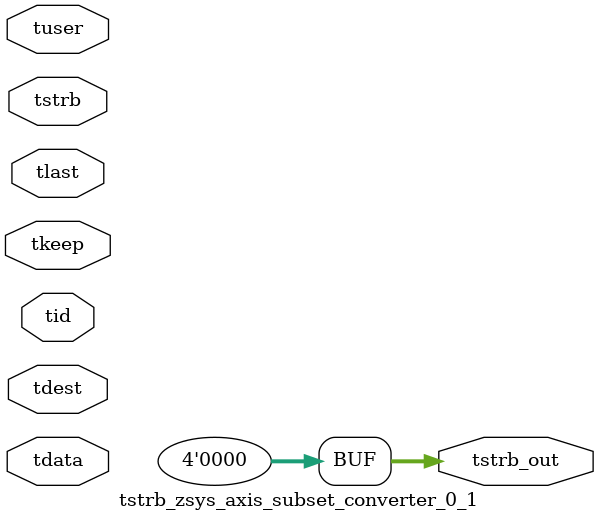
<source format=v>


`timescale 1ps/1ps

module tstrb_zsys_axis_subset_converter_0_1 #
(
parameter C_S_AXIS_TDATA_WIDTH = 32,
parameter C_S_AXIS_TUSER_WIDTH = 0,
parameter C_S_AXIS_TID_WIDTH   = 0,
parameter C_S_AXIS_TDEST_WIDTH = 0,
parameter C_M_AXIS_TDATA_WIDTH = 32
)
(
input  [(C_S_AXIS_TDATA_WIDTH == 0 ? 1 : C_S_AXIS_TDATA_WIDTH)-1:0     ] tdata,
input  [(C_S_AXIS_TUSER_WIDTH == 0 ? 1 : C_S_AXIS_TUSER_WIDTH)-1:0     ] tuser,
input  [(C_S_AXIS_TID_WIDTH   == 0 ? 1 : C_S_AXIS_TID_WIDTH)-1:0       ] tid,
input  [(C_S_AXIS_TDEST_WIDTH == 0 ? 1 : C_S_AXIS_TDEST_WIDTH)-1:0     ] tdest,
input  [(C_S_AXIS_TDATA_WIDTH/8)-1:0 ] tkeep,
input  [(C_S_AXIS_TDATA_WIDTH/8)-1:0 ] tstrb,
input                                                                    tlast,
output [(C_M_AXIS_TDATA_WIDTH/8)-1:0 ] tstrb_out
);

assign tstrb_out = {1'b0};

endmodule


</source>
